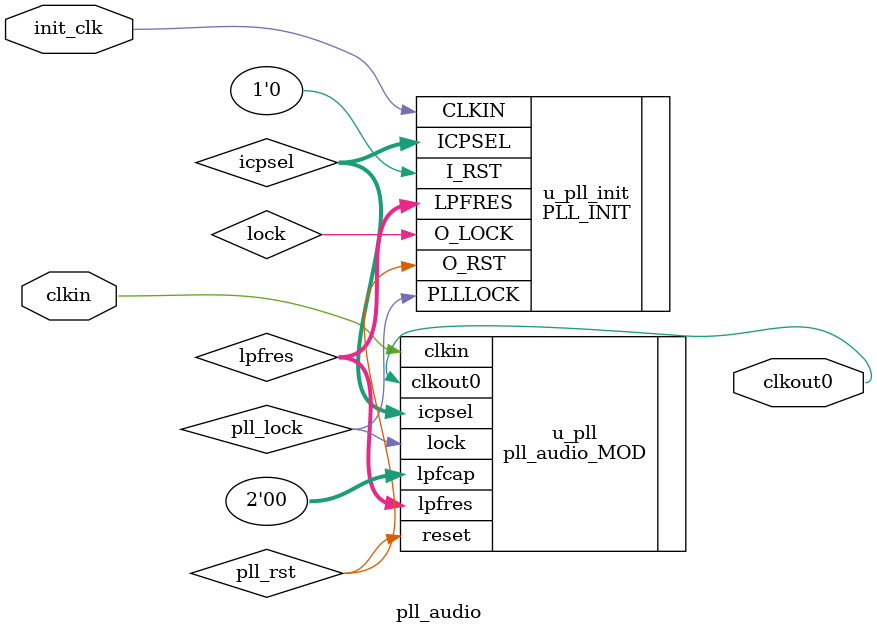
<source format=v>
module pll_audio(
    clkin,
    init_clk,
    clkout0
);


input clkin;
input init_clk;
output clkout0;
wire lock;
wire [5:0] icpsel;
wire [2:0] lpfres;
wire pll_lock;
wire pll_rst;


    pll_audio_MOD u_pll(
        .clkout0(clkout0),
        .lock(pll_lock),
        .clkin(clkin),
        .reset(pll_rst),
        .icpsel(icpsel),
        .lpfres(lpfres),
        .lpfcap(2'b00)
    );


    PLL_INIT u_pll_init(
        .CLKIN(init_clk),
        .I_RST(1'b0),
        .O_RST(pll_rst),
        .PLLLOCK(pll_lock),
        .O_LOCK(lock),
        .ICPSEL(icpsel),
        .LPFRES(lpfres)
    );
    defparam u_pll_init.CLK_PERIOD = 20;
    defparam u_pll_init.MULTI_FAC = 26;


endmodule

</source>
